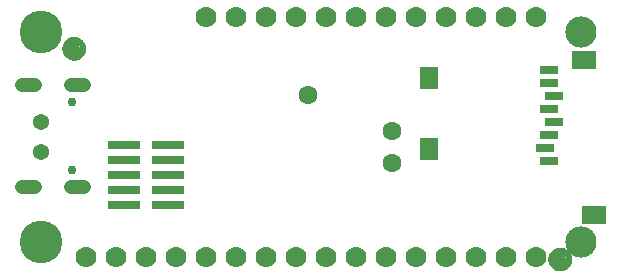
<source format=gbr>
G04 EAGLE Gerber RS-274X export*
G75*
%MOMM*%
%FSLAX34Y34*%
%LPD*%
%INSoldermask Bottom*%
%IPPOS*%
%AMOC8*
5,1,8,0,0,1.08239X$1,22.5*%
G01*
%ADD10C,2.641600*%
%ADD11C,3.617600*%
%ADD12C,1.778000*%
%ADD13C,1.371600*%
%ADD14R,2.001600X1.501600*%
%ADD15R,1.501600X1.901600*%
%ADD16R,1.601600X0.801600*%
%ADD17C,1.209600*%
%ADD18C,0.751600*%
%ADD19C,1.601600*%
%ADD20R,2.701600X0.751600*%
%ADD21C,1.101600*%
%ADD22C,0.500000*%


D10*
X482600Y203200D03*
X482600Y25400D03*
D11*
X25400Y203200D03*
X25400Y25400D03*
D12*
X444500Y12700D03*
X419100Y12700D03*
X393700Y12700D03*
X368300Y12700D03*
X342900Y12700D03*
X317500Y12700D03*
X292100Y12700D03*
X266700Y12700D03*
X241300Y12700D03*
X215900Y12700D03*
X190500Y12700D03*
X165100Y12700D03*
X139700Y12700D03*
X114300Y12700D03*
X88900Y12700D03*
X63500Y12700D03*
X165100Y215900D03*
X190500Y215900D03*
X215900Y215900D03*
X241300Y215900D03*
X266700Y215900D03*
X292100Y215900D03*
X317500Y215900D03*
X342900Y215900D03*
X368300Y215900D03*
X393700Y215900D03*
X419100Y215900D03*
X444500Y215900D03*
D13*
X25400Y127000D03*
X25400Y101600D03*
D14*
X484650Y180150D03*
X493650Y48150D03*
D15*
X353650Y164150D03*
X353650Y104150D03*
D16*
X455650Y171150D03*
X455650Y160150D03*
X459650Y149150D03*
X455650Y138150D03*
X459650Y127150D03*
X455650Y116150D03*
X451650Y105150D03*
X455650Y94150D03*
D17*
X20110Y158770D02*
X9030Y158770D01*
X9030Y72370D02*
X20110Y72370D01*
X50830Y72370D02*
X61910Y72370D01*
X61910Y158770D02*
X50830Y158770D01*
D18*
X51370Y86670D03*
X51370Y144470D03*
D19*
X322580Y92710D03*
X322580Y120015D03*
D20*
X132800Y57150D03*
X132800Y69850D03*
X132800Y82550D03*
X132800Y95250D03*
X132800Y107950D03*
X95800Y57150D03*
X95800Y69850D03*
X95800Y82550D03*
X95800Y95250D03*
X95800Y107950D03*
D19*
X251460Y149860D03*
D21*
X53340Y189230D03*
D22*
X60840Y189230D02*
X60838Y189411D01*
X60831Y189592D01*
X60820Y189773D01*
X60805Y189954D01*
X60785Y190134D01*
X60761Y190314D01*
X60733Y190493D01*
X60700Y190671D01*
X60663Y190848D01*
X60622Y191025D01*
X60577Y191200D01*
X60527Y191375D01*
X60473Y191548D01*
X60415Y191719D01*
X60353Y191890D01*
X60286Y192058D01*
X60216Y192225D01*
X60142Y192391D01*
X60063Y192554D01*
X59981Y192715D01*
X59895Y192875D01*
X59805Y193032D01*
X59711Y193187D01*
X59614Y193340D01*
X59512Y193490D01*
X59408Y193638D01*
X59299Y193784D01*
X59188Y193926D01*
X59072Y194066D01*
X58954Y194203D01*
X58832Y194338D01*
X58707Y194469D01*
X58579Y194597D01*
X58448Y194722D01*
X58313Y194844D01*
X58176Y194962D01*
X58036Y195078D01*
X57894Y195189D01*
X57748Y195298D01*
X57600Y195402D01*
X57450Y195504D01*
X57297Y195601D01*
X57142Y195695D01*
X56985Y195785D01*
X56825Y195871D01*
X56664Y195953D01*
X56501Y196032D01*
X56335Y196106D01*
X56168Y196176D01*
X56000Y196243D01*
X55829Y196305D01*
X55658Y196363D01*
X55485Y196417D01*
X55310Y196467D01*
X55135Y196512D01*
X54958Y196553D01*
X54781Y196590D01*
X54603Y196623D01*
X54424Y196651D01*
X54244Y196675D01*
X54064Y196695D01*
X53883Y196710D01*
X53702Y196721D01*
X53521Y196728D01*
X53340Y196730D01*
X53159Y196728D01*
X52978Y196721D01*
X52797Y196710D01*
X52616Y196695D01*
X52436Y196675D01*
X52256Y196651D01*
X52077Y196623D01*
X51899Y196590D01*
X51722Y196553D01*
X51545Y196512D01*
X51370Y196467D01*
X51195Y196417D01*
X51022Y196363D01*
X50851Y196305D01*
X50680Y196243D01*
X50512Y196176D01*
X50345Y196106D01*
X50179Y196032D01*
X50016Y195953D01*
X49855Y195871D01*
X49695Y195785D01*
X49538Y195695D01*
X49383Y195601D01*
X49230Y195504D01*
X49080Y195402D01*
X48932Y195298D01*
X48786Y195189D01*
X48644Y195078D01*
X48504Y194962D01*
X48367Y194844D01*
X48232Y194722D01*
X48101Y194597D01*
X47973Y194469D01*
X47848Y194338D01*
X47726Y194203D01*
X47608Y194066D01*
X47492Y193926D01*
X47381Y193784D01*
X47272Y193638D01*
X47168Y193490D01*
X47066Y193340D01*
X46969Y193187D01*
X46875Y193032D01*
X46785Y192875D01*
X46699Y192715D01*
X46617Y192554D01*
X46538Y192391D01*
X46464Y192225D01*
X46394Y192058D01*
X46327Y191890D01*
X46265Y191719D01*
X46207Y191548D01*
X46153Y191375D01*
X46103Y191200D01*
X46058Y191025D01*
X46017Y190848D01*
X45980Y190671D01*
X45947Y190493D01*
X45919Y190314D01*
X45895Y190134D01*
X45875Y189954D01*
X45860Y189773D01*
X45849Y189592D01*
X45842Y189411D01*
X45840Y189230D01*
X45842Y189049D01*
X45849Y188868D01*
X45860Y188687D01*
X45875Y188506D01*
X45895Y188326D01*
X45919Y188146D01*
X45947Y187967D01*
X45980Y187789D01*
X46017Y187612D01*
X46058Y187435D01*
X46103Y187260D01*
X46153Y187085D01*
X46207Y186912D01*
X46265Y186741D01*
X46327Y186570D01*
X46394Y186402D01*
X46464Y186235D01*
X46538Y186069D01*
X46617Y185906D01*
X46699Y185745D01*
X46785Y185585D01*
X46875Y185428D01*
X46969Y185273D01*
X47066Y185120D01*
X47168Y184970D01*
X47272Y184822D01*
X47381Y184676D01*
X47492Y184534D01*
X47608Y184394D01*
X47726Y184257D01*
X47848Y184122D01*
X47973Y183991D01*
X48101Y183863D01*
X48232Y183738D01*
X48367Y183616D01*
X48504Y183498D01*
X48644Y183382D01*
X48786Y183271D01*
X48932Y183162D01*
X49080Y183058D01*
X49230Y182956D01*
X49383Y182859D01*
X49538Y182765D01*
X49695Y182675D01*
X49855Y182589D01*
X50016Y182507D01*
X50179Y182428D01*
X50345Y182354D01*
X50512Y182284D01*
X50680Y182217D01*
X50851Y182155D01*
X51022Y182097D01*
X51195Y182043D01*
X51370Y181993D01*
X51545Y181948D01*
X51722Y181907D01*
X51899Y181870D01*
X52077Y181837D01*
X52256Y181809D01*
X52436Y181785D01*
X52616Y181765D01*
X52797Y181750D01*
X52978Y181739D01*
X53159Y181732D01*
X53340Y181730D01*
X53521Y181732D01*
X53702Y181739D01*
X53883Y181750D01*
X54064Y181765D01*
X54244Y181785D01*
X54424Y181809D01*
X54603Y181837D01*
X54781Y181870D01*
X54958Y181907D01*
X55135Y181948D01*
X55310Y181993D01*
X55485Y182043D01*
X55658Y182097D01*
X55829Y182155D01*
X56000Y182217D01*
X56168Y182284D01*
X56335Y182354D01*
X56501Y182428D01*
X56664Y182507D01*
X56825Y182589D01*
X56985Y182675D01*
X57142Y182765D01*
X57297Y182859D01*
X57450Y182956D01*
X57600Y183058D01*
X57748Y183162D01*
X57894Y183271D01*
X58036Y183382D01*
X58176Y183498D01*
X58313Y183616D01*
X58448Y183738D01*
X58579Y183863D01*
X58707Y183991D01*
X58832Y184122D01*
X58954Y184257D01*
X59072Y184394D01*
X59188Y184534D01*
X59299Y184676D01*
X59408Y184822D01*
X59512Y184970D01*
X59614Y185120D01*
X59711Y185273D01*
X59805Y185428D01*
X59895Y185585D01*
X59981Y185745D01*
X60063Y185906D01*
X60142Y186069D01*
X60216Y186235D01*
X60286Y186402D01*
X60353Y186570D01*
X60415Y186741D01*
X60473Y186912D01*
X60527Y187085D01*
X60577Y187260D01*
X60622Y187435D01*
X60663Y187612D01*
X60700Y187789D01*
X60733Y187967D01*
X60761Y188146D01*
X60785Y188326D01*
X60805Y188506D01*
X60820Y188687D01*
X60831Y188868D01*
X60838Y189049D01*
X60840Y189230D01*
D21*
X464820Y10795D03*
D22*
X472320Y10795D02*
X472318Y10976D01*
X472311Y11157D01*
X472300Y11338D01*
X472285Y11519D01*
X472265Y11699D01*
X472241Y11879D01*
X472213Y12058D01*
X472180Y12236D01*
X472143Y12413D01*
X472102Y12590D01*
X472057Y12765D01*
X472007Y12940D01*
X471953Y13113D01*
X471895Y13284D01*
X471833Y13455D01*
X471766Y13623D01*
X471696Y13790D01*
X471622Y13956D01*
X471543Y14119D01*
X471461Y14280D01*
X471375Y14440D01*
X471285Y14597D01*
X471191Y14752D01*
X471094Y14905D01*
X470992Y15055D01*
X470888Y15203D01*
X470779Y15349D01*
X470668Y15491D01*
X470552Y15631D01*
X470434Y15768D01*
X470312Y15903D01*
X470187Y16034D01*
X470059Y16162D01*
X469928Y16287D01*
X469793Y16409D01*
X469656Y16527D01*
X469516Y16643D01*
X469374Y16754D01*
X469228Y16863D01*
X469080Y16967D01*
X468930Y17069D01*
X468777Y17166D01*
X468622Y17260D01*
X468465Y17350D01*
X468305Y17436D01*
X468144Y17518D01*
X467981Y17597D01*
X467815Y17671D01*
X467648Y17741D01*
X467480Y17808D01*
X467309Y17870D01*
X467138Y17928D01*
X466965Y17982D01*
X466790Y18032D01*
X466615Y18077D01*
X466438Y18118D01*
X466261Y18155D01*
X466083Y18188D01*
X465904Y18216D01*
X465724Y18240D01*
X465544Y18260D01*
X465363Y18275D01*
X465182Y18286D01*
X465001Y18293D01*
X464820Y18295D01*
X464639Y18293D01*
X464458Y18286D01*
X464277Y18275D01*
X464096Y18260D01*
X463916Y18240D01*
X463736Y18216D01*
X463557Y18188D01*
X463379Y18155D01*
X463202Y18118D01*
X463025Y18077D01*
X462850Y18032D01*
X462675Y17982D01*
X462502Y17928D01*
X462331Y17870D01*
X462160Y17808D01*
X461992Y17741D01*
X461825Y17671D01*
X461659Y17597D01*
X461496Y17518D01*
X461335Y17436D01*
X461175Y17350D01*
X461018Y17260D01*
X460863Y17166D01*
X460710Y17069D01*
X460560Y16967D01*
X460412Y16863D01*
X460266Y16754D01*
X460124Y16643D01*
X459984Y16527D01*
X459847Y16409D01*
X459712Y16287D01*
X459581Y16162D01*
X459453Y16034D01*
X459328Y15903D01*
X459206Y15768D01*
X459088Y15631D01*
X458972Y15491D01*
X458861Y15349D01*
X458752Y15203D01*
X458648Y15055D01*
X458546Y14905D01*
X458449Y14752D01*
X458355Y14597D01*
X458265Y14440D01*
X458179Y14280D01*
X458097Y14119D01*
X458018Y13956D01*
X457944Y13790D01*
X457874Y13623D01*
X457807Y13455D01*
X457745Y13284D01*
X457687Y13113D01*
X457633Y12940D01*
X457583Y12765D01*
X457538Y12590D01*
X457497Y12413D01*
X457460Y12236D01*
X457427Y12058D01*
X457399Y11879D01*
X457375Y11699D01*
X457355Y11519D01*
X457340Y11338D01*
X457329Y11157D01*
X457322Y10976D01*
X457320Y10795D01*
X457322Y10614D01*
X457329Y10433D01*
X457340Y10252D01*
X457355Y10071D01*
X457375Y9891D01*
X457399Y9711D01*
X457427Y9532D01*
X457460Y9354D01*
X457497Y9177D01*
X457538Y9000D01*
X457583Y8825D01*
X457633Y8650D01*
X457687Y8477D01*
X457745Y8306D01*
X457807Y8135D01*
X457874Y7967D01*
X457944Y7800D01*
X458018Y7634D01*
X458097Y7471D01*
X458179Y7310D01*
X458265Y7150D01*
X458355Y6993D01*
X458449Y6838D01*
X458546Y6685D01*
X458648Y6535D01*
X458752Y6387D01*
X458861Y6241D01*
X458972Y6099D01*
X459088Y5959D01*
X459206Y5822D01*
X459328Y5687D01*
X459453Y5556D01*
X459581Y5428D01*
X459712Y5303D01*
X459847Y5181D01*
X459984Y5063D01*
X460124Y4947D01*
X460266Y4836D01*
X460412Y4727D01*
X460560Y4623D01*
X460710Y4521D01*
X460863Y4424D01*
X461018Y4330D01*
X461175Y4240D01*
X461335Y4154D01*
X461496Y4072D01*
X461659Y3993D01*
X461825Y3919D01*
X461992Y3849D01*
X462160Y3782D01*
X462331Y3720D01*
X462502Y3662D01*
X462675Y3608D01*
X462850Y3558D01*
X463025Y3513D01*
X463202Y3472D01*
X463379Y3435D01*
X463557Y3402D01*
X463736Y3374D01*
X463916Y3350D01*
X464096Y3330D01*
X464277Y3315D01*
X464458Y3304D01*
X464639Y3297D01*
X464820Y3295D01*
X465001Y3297D01*
X465182Y3304D01*
X465363Y3315D01*
X465544Y3330D01*
X465724Y3350D01*
X465904Y3374D01*
X466083Y3402D01*
X466261Y3435D01*
X466438Y3472D01*
X466615Y3513D01*
X466790Y3558D01*
X466965Y3608D01*
X467138Y3662D01*
X467309Y3720D01*
X467480Y3782D01*
X467648Y3849D01*
X467815Y3919D01*
X467981Y3993D01*
X468144Y4072D01*
X468305Y4154D01*
X468465Y4240D01*
X468622Y4330D01*
X468777Y4424D01*
X468930Y4521D01*
X469080Y4623D01*
X469228Y4727D01*
X469374Y4836D01*
X469516Y4947D01*
X469656Y5063D01*
X469793Y5181D01*
X469928Y5303D01*
X470059Y5428D01*
X470187Y5556D01*
X470312Y5687D01*
X470434Y5822D01*
X470552Y5959D01*
X470668Y6099D01*
X470779Y6241D01*
X470888Y6387D01*
X470992Y6535D01*
X471094Y6685D01*
X471191Y6838D01*
X471285Y6993D01*
X471375Y7150D01*
X471461Y7310D01*
X471543Y7471D01*
X471622Y7634D01*
X471696Y7800D01*
X471766Y7967D01*
X471833Y8135D01*
X471895Y8306D01*
X471953Y8477D01*
X472007Y8650D01*
X472057Y8825D01*
X472102Y9000D01*
X472143Y9177D01*
X472180Y9354D01*
X472213Y9532D01*
X472241Y9711D01*
X472265Y9891D01*
X472285Y10071D01*
X472300Y10252D01*
X472311Y10433D01*
X472318Y10614D01*
X472320Y10795D01*
M02*

</source>
